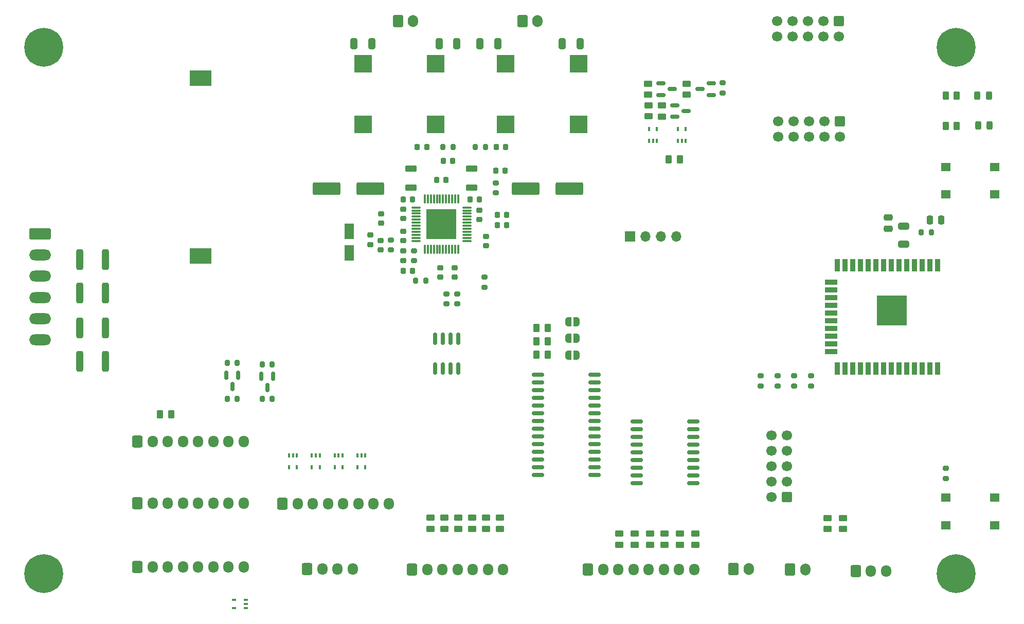
<source format=gbr>
%TF.GenerationSoftware,KiCad,Pcbnew,6.0.9-8da3e8f707~117~ubuntu20.04.1*%
%TF.CreationDate,2022-12-14T18:19:00+01:00*%
%TF.ProjectId,anna_elsa_esp32_cpu,616e6e61-5f65-46c7-9361-5f6573703332,rev?*%
%TF.SameCoordinates,Original*%
%TF.FileFunction,Soldermask,Top*%
%TF.FilePolarity,Negative*%
%FSLAX46Y46*%
G04 Gerber Fmt 4.6, Leading zero omitted, Abs format (unit mm)*
G04 Created by KiCad (PCBNEW 6.0.9-8da3e8f707~117~ubuntu20.04.1) date 2022-12-14 18:19:00*
%MOMM*%
%LPD*%
G01*
G04 APERTURE LIST*
G04 Aperture macros list*
%AMRoundRect*
0 Rectangle with rounded corners*
0 $1 Rounding radius*
0 $2 $3 $4 $5 $6 $7 $8 $9 X,Y pos of 4 corners*
0 Add a 4 corners polygon primitive as box body*
4,1,4,$2,$3,$4,$5,$6,$7,$8,$9,$2,$3,0*
0 Add four circle primitives for the rounded corners*
1,1,$1+$1,$2,$3*
1,1,$1+$1,$4,$5*
1,1,$1+$1,$6,$7*
1,1,$1+$1,$8,$9*
0 Add four rect primitives between the rounded corners*
20,1,$1+$1,$2,$3,$4,$5,0*
20,1,$1+$1,$4,$5,$6,$7,0*
20,1,$1+$1,$6,$7,$8,$9,0*
20,1,$1+$1,$8,$9,$2,$3,0*%
%AMFreePoly0*
4,1,22,0.500000,-0.750000,0.000000,-0.750000,0.000000,-0.745033,-0.079941,-0.743568,-0.215256,-0.701293,-0.333266,-0.622738,-0.424486,-0.514219,-0.481581,-0.384460,-0.499164,-0.250000,-0.500000,-0.250000,-0.500000,0.250000,-0.499164,0.250000,-0.499963,0.256109,-0.478152,0.396186,-0.417904,0.524511,-0.324060,0.630769,-0.204165,0.706417,-0.067858,0.745374,0.000000,0.744959,0.000000,0.750000,
0.500000,0.750000,0.500000,-0.750000,0.500000,-0.750000,$1*%
%AMFreePoly1*
4,1,20,0.000000,0.744959,0.073905,0.744508,0.209726,0.703889,0.328688,0.626782,0.421226,0.519385,0.479903,0.390333,0.500000,0.250000,0.500000,-0.250000,0.499851,-0.262216,0.476331,-0.402017,0.414519,-0.529596,0.319384,-0.634700,0.198574,-0.708877,0.061801,-0.746166,0.000000,-0.745033,0.000000,-0.750000,-0.500000,-0.750000,-0.500000,0.750000,0.000000,0.750000,0.000000,0.744959,
0.000000,0.744959,$1*%
G04 Aperture macros list end*
%ADD10R,0.400000X0.650000*%
%ADD11R,0.650000X0.400000*%
%ADD12R,1.700000X1.700000*%
%ADD13O,1.700000X1.700000*%
%ADD14RoundRect,0.243750X0.243750X0.456250X-0.243750X0.456250X-0.243750X-0.456250X0.243750X-0.456250X0*%
%ADD15RoundRect,0.250000X0.450000X-0.262500X0.450000X0.262500X-0.450000X0.262500X-0.450000X-0.262500X0*%
%ADD16R,3.600000X2.600000*%
%ADD17RoundRect,0.250000X-0.600000X-0.725000X0.600000X-0.725000X0.600000X0.725000X-0.600000X0.725000X0*%
%ADD18O,1.700000X1.950000*%
%ADD19R,1.600000X1.400000*%
%ADD20C,0.800000*%
%ADD21C,6.400000*%
%ADD22R,0.900000X2.000000*%
%ADD23R,2.000000X0.900000*%
%ADD24R,5.000000X5.000000*%
%ADD25RoundRect,0.250000X-0.600000X-0.750000X0.600000X-0.750000X0.600000X0.750000X-0.600000X0.750000X0*%
%ADD26O,1.700000X2.000000*%
%ADD27RoundRect,0.150000X-0.875000X-0.150000X0.875000X-0.150000X0.875000X0.150000X-0.875000X0.150000X0*%
%ADD28RoundRect,0.150000X0.875000X0.150000X-0.875000X0.150000X-0.875000X-0.150000X0.875000X-0.150000X0*%
%ADD29RoundRect,0.150000X-0.150000X0.825000X-0.150000X-0.825000X0.150000X-0.825000X0.150000X0.825000X0*%
%ADD30RoundRect,0.250000X-0.262500X-0.450000X0.262500X-0.450000X0.262500X0.450000X-0.262500X0.450000X0*%
%ADD31RoundRect,0.250000X0.262500X0.450000X-0.262500X0.450000X-0.262500X-0.450000X0.262500X-0.450000X0*%
%ADD32RoundRect,0.250000X0.600000X0.600000X-0.600000X0.600000X-0.600000X-0.600000X0.600000X-0.600000X0*%
%ADD33C,1.700000*%
%ADD34FreePoly0,180.000000*%
%ADD35FreePoly1,180.000000*%
%ADD36RoundRect,0.200000X0.200000X0.275000X-0.200000X0.275000X-0.200000X-0.275000X0.200000X-0.275000X0*%
%ADD37RoundRect,0.250000X-0.250000X-0.475000X0.250000X-0.475000X0.250000X0.475000X-0.250000X0.475000X0*%
%ADD38RoundRect,0.250000X-0.475000X0.250000X-0.475000X-0.250000X0.475000X-0.250000X0.475000X0.250000X0*%
%ADD39RoundRect,0.250000X-0.650000X0.325000X-0.650000X-0.325000X0.650000X-0.325000X0.650000X0.325000X0*%
%ADD40RoundRect,0.200000X-0.200000X-0.275000X0.200000X-0.275000X0.200000X0.275000X-0.200000X0.275000X0*%
%ADD41RoundRect,0.225000X-0.250000X0.225000X-0.250000X-0.225000X0.250000X-0.225000X0.250000X0.225000X0*%
%ADD42RoundRect,0.150000X-0.587500X-0.150000X0.587500X-0.150000X0.587500X0.150000X-0.587500X0.150000X0*%
%ADD43RoundRect,0.200000X-0.275000X0.200000X-0.275000X-0.200000X0.275000X-0.200000X0.275000X0.200000X0*%
%ADD44RoundRect,0.150000X0.587500X0.150000X-0.587500X0.150000X-0.587500X-0.150000X0.587500X-0.150000X0*%
%ADD45RoundRect,0.250000X-0.600000X0.600000X-0.600000X-0.600000X0.600000X-0.600000X0.600000X0.600000X0*%
%ADD46RoundRect,0.225000X-0.225000X-0.250000X0.225000X-0.250000X0.225000X0.250000X-0.225000X0.250000X0*%
%ADD47RoundRect,0.225000X0.250000X-0.225000X0.250000X0.225000X-0.250000X0.225000X-0.250000X-0.225000X0*%
%ADD48RoundRect,0.250000X-0.312500X-1.450000X0.312500X-1.450000X0.312500X1.450000X-0.312500X1.450000X0*%
%ADD49RoundRect,0.250000X0.325000X0.650000X-0.325000X0.650000X-0.325000X-0.650000X0.325000X-0.650000X0*%
%ADD50RoundRect,0.250000X-0.325000X-0.650000X0.325000X-0.650000X0.325000X0.650000X-0.325000X0.650000X0*%
%ADD51RoundRect,0.150000X-0.150000X0.587500X-0.150000X-0.587500X0.150000X-0.587500X0.150000X0.587500X0*%
%ADD52RoundRect,0.250000X-1.550000X0.650000X-1.550000X-0.650000X1.550000X-0.650000X1.550000X0.650000X0*%
%ADD53O,3.600000X1.800000*%
%ADD54RoundRect,0.225000X0.225000X0.250000X-0.225000X0.250000X-0.225000X-0.250000X0.225000X-0.250000X0*%
%ADD55R,3.000000X3.000000*%
%ADD56RoundRect,0.200000X0.275000X-0.200000X0.275000X0.200000X-0.275000X0.200000X-0.275000X-0.200000X0*%
%ADD57RoundRect,0.250001X1.999999X0.799999X-1.999999X0.799999X-1.999999X-0.799999X1.999999X-0.799999X0*%
%ADD58RoundRect,0.250001X-1.999999X-0.799999X1.999999X-0.799999X1.999999X0.799999X-1.999999X0.799999X0*%
%ADD59RoundRect,0.250000X0.550000X-1.050000X0.550000X1.050000X-0.550000X1.050000X-0.550000X-1.050000X0*%
%ADD60RoundRect,0.250000X-0.700000X0.275000X-0.700000X-0.275000X0.700000X-0.275000X0.700000X0.275000X0*%
%ADD61RoundRect,0.075000X-0.662500X-0.075000X0.662500X-0.075000X0.662500X0.075000X-0.662500X0.075000X0*%
%ADD62RoundRect,0.075000X-0.075000X-0.662500X0.075000X-0.662500X0.075000X0.662500X-0.075000X0.662500X0*%
G04 APERTURE END LIST*
D10*
%TO.C,U11*%
X97400000Y-97550000D03*
X96750000Y-97550000D03*
X96100000Y-97550000D03*
X96100000Y-99450000D03*
X97400000Y-99450000D03*
%TD*%
%TO.C,U10*%
X104900000Y-97550000D03*
X104250000Y-97550000D03*
X103600000Y-97550000D03*
X103600000Y-99450000D03*
X104900000Y-99450000D03*
%TD*%
D11*
%TO.C,U9*%
X88950000Y-122650000D03*
X88950000Y-122000000D03*
X88950000Y-121350000D03*
X87050000Y-121350000D03*
X87050000Y-122650000D03*
%TD*%
D10*
%TO.C,U7*%
X101150000Y-97550000D03*
X100500000Y-97550000D03*
X99850000Y-97550000D03*
X99850000Y-99450000D03*
X101150000Y-99450000D03*
%TD*%
%TO.C,U6*%
X108650000Y-97550000D03*
X108000000Y-97550000D03*
X107350000Y-97550000D03*
X107350000Y-99450000D03*
X108650000Y-99450000D03*
%TD*%
%TO.C,U5*%
X155350000Y-45700000D03*
X156000000Y-45700000D03*
X156650000Y-45700000D03*
X156650000Y-43800000D03*
X155350000Y-43800000D03*
%TD*%
%TO.C,U2*%
X160100000Y-45700000D03*
X160750000Y-45700000D03*
X161400000Y-45700000D03*
X161400000Y-43800000D03*
X160100000Y-43800000D03*
%TD*%
D12*
%TO.C,J15*%
X152250000Y-61500000D03*
D13*
X154790000Y-61500000D03*
X157330000Y-61500000D03*
X159870000Y-61500000D03*
%TD*%
D14*
%TO.C,D2*%
X211280500Y-38250000D03*
X209405500Y-38250000D03*
%TD*%
D15*
%TO.C,R16*%
X184750000Y-109662500D03*
X184750000Y-107837500D03*
%TD*%
D16*
%TO.C,BT1*%
X81500000Y-64650000D03*
X81500000Y-35350000D03*
%TD*%
D17*
%TO.C,J5*%
X189382400Y-116535200D03*
D18*
X191882400Y-116535200D03*
X194382400Y-116535200D03*
%TD*%
D17*
%TO.C,J22*%
X116332000Y-116332000D03*
D18*
X118832000Y-116332000D03*
X121332000Y-116332000D03*
X123832000Y-116332000D03*
X126332000Y-116332000D03*
X128832000Y-116332000D03*
X131332000Y-116332000D03*
%TD*%
D19*
%TO.C,SW1*%
X204250000Y-50000000D03*
X212250000Y-50000000D03*
X204250000Y-54500000D03*
X212250000Y-54500000D03*
%TD*%
D20*
%TO.C,H2*%
X54022944Y-115302944D03*
X57417056Y-115302944D03*
D21*
X55720000Y-117000000D03*
D20*
X58120000Y-117000000D03*
X55720000Y-119400000D03*
X53320000Y-117000000D03*
X55720000Y-114600000D03*
X54022944Y-118697056D03*
X57417056Y-118697056D03*
%TD*%
%TO.C,H3*%
X205900000Y-32720000D03*
X204202944Y-32017056D03*
D21*
X205900000Y-30320000D03*
D20*
X207597056Y-32017056D03*
X208300000Y-30320000D03*
X203500000Y-30320000D03*
X207597056Y-28622944D03*
X204202944Y-28622944D03*
X205900000Y-27920000D03*
%TD*%
D22*
%TO.C,U1*%
X202819000Y-66176000D03*
X201549000Y-66176000D03*
X200279000Y-66176000D03*
X199009000Y-66176000D03*
X197739000Y-66176000D03*
X196469000Y-66176000D03*
X195199000Y-66176000D03*
X193929000Y-66176000D03*
X192659000Y-66176000D03*
X191389000Y-66176000D03*
X190119000Y-66176000D03*
X188849000Y-66176000D03*
X187579000Y-66176000D03*
X186309000Y-66176000D03*
D23*
X185309000Y-68961000D03*
X185309000Y-70231000D03*
X185309000Y-71501000D03*
X185309000Y-72771000D03*
X185309000Y-74041000D03*
X185309000Y-75311000D03*
X185309000Y-76581000D03*
X185309000Y-77851000D03*
X185309000Y-79121000D03*
X185309000Y-80391000D03*
D22*
X186309000Y-83176000D03*
X187579000Y-83176000D03*
X188849000Y-83176000D03*
X190119000Y-83176000D03*
X191389000Y-83176000D03*
X192659000Y-83176000D03*
X193929000Y-83176000D03*
X195199000Y-83176000D03*
X196469000Y-83176000D03*
X197739000Y-83176000D03*
X199009000Y-83176000D03*
X200279000Y-83176000D03*
X201549000Y-83176000D03*
X202819000Y-83176000D03*
D24*
X195319000Y-73676000D03*
%TD*%
D15*
%TO.C,R15*%
X187250000Y-109662500D03*
X187250000Y-107837500D03*
%TD*%
D17*
%TO.C,J10*%
X99060000Y-116230400D03*
D18*
X101560000Y-116230400D03*
X104060000Y-116230400D03*
X106560000Y-116230400D03*
%TD*%
D20*
%TO.C,H1*%
X57417056Y-28622944D03*
X53320000Y-30320000D03*
D21*
X55720000Y-30320000D03*
D20*
X57417056Y-32017056D03*
X54022944Y-32017056D03*
X55720000Y-27920000D03*
X55720000Y-32720000D03*
X54022944Y-28622944D03*
X58120000Y-30320000D03*
%TD*%
%TO.C,H4*%
X208300000Y-117000000D03*
X207597056Y-118697056D03*
X203500000Y-117000000D03*
D21*
X205900000Y-117000000D03*
D20*
X205900000Y-114600000D03*
X205900000Y-119400000D03*
X204202944Y-118697056D03*
X207597056Y-115302944D03*
X204202944Y-115302944D03*
%TD*%
D25*
%TO.C,J14*%
X178562000Y-116332000D03*
D26*
X181062000Y-116332000D03*
%TD*%
D17*
%TO.C,J23*%
X145288000Y-116332000D03*
D18*
X147788000Y-116332000D03*
X150288000Y-116332000D03*
X152788000Y-116332000D03*
X155288000Y-116332000D03*
X157788000Y-116332000D03*
X160288000Y-116332000D03*
X162788000Y-116332000D03*
%TD*%
D15*
%TO.C,R13*%
X128524000Y-109624500D03*
X128524000Y-107799500D03*
%TD*%
%TO.C,R14*%
X130810000Y-109624500D03*
X130810000Y-107799500D03*
%TD*%
%TO.C,R24*%
X162993000Y-112250000D03*
X162993000Y-110425000D03*
%TD*%
%TO.C,R22*%
X157913000Y-112250000D03*
X157913000Y-110425000D03*
%TD*%
D27*
%TO.C,Q3*%
X153350000Y-91920000D03*
X153350000Y-93190000D03*
X153350000Y-94460000D03*
X153350000Y-95730000D03*
X153350000Y-97000000D03*
X153350000Y-98270000D03*
X153350000Y-99540000D03*
X153350000Y-100810000D03*
X153350000Y-102080000D03*
X162650000Y-102080000D03*
X162650000Y-100810000D03*
X162650000Y-99540000D03*
X162650000Y-98270000D03*
X162650000Y-97000000D03*
X162650000Y-95730000D03*
X162650000Y-94460000D03*
X162650000Y-93190000D03*
X162650000Y-91920000D03*
%TD*%
D15*
%TO.C,R21*%
X155500000Y-112250000D03*
X155500000Y-110425000D03*
%TD*%
%TO.C,R9*%
X119380000Y-109624500D03*
X119380000Y-107799500D03*
%TD*%
%TO.C,R20*%
X152960000Y-112250000D03*
X152960000Y-110425000D03*
%TD*%
%TO.C,R11*%
X123952000Y-109624500D03*
X123952000Y-107799500D03*
%TD*%
%TO.C,R19*%
X150420000Y-112250000D03*
X150420000Y-110425000D03*
%TD*%
%TO.C,R12*%
X126238000Y-109624500D03*
X126238000Y-107799500D03*
%TD*%
%TO.C,R23*%
X160453000Y-112250000D03*
X160453000Y-110425000D03*
%TD*%
D28*
%TO.C,U8*%
X146400000Y-100755000D03*
X146400000Y-99485000D03*
X146400000Y-98215000D03*
X146400000Y-96945000D03*
X146400000Y-95675000D03*
X146400000Y-94405000D03*
X146400000Y-93135000D03*
X146400000Y-91865000D03*
X146400000Y-90595000D03*
X146400000Y-89325000D03*
X146400000Y-88055000D03*
X146400000Y-86785000D03*
X146400000Y-85515000D03*
X146400000Y-84245000D03*
X137100000Y-84245000D03*
X137100000Y-85515000D03*
X137100000Y-86785000D03*
X137100000Y-88055000D03*
X137100000Y-89325000D03*
X137100000Y-90595000D03*
X137100000Y-91865000D03*
X137100000Y-93135000D03*
X137100000Y-94405000D03*
X137100000Y-95675000D03*
X137100000Y-96945000D03*
X137100000Y-98215000D03*
X137100000Y-99485000D03*
X137100000Y-100755000D03*
%TD*%
D15*
%TO.C,R10*%
X121666000Y-109624500D03*
X121666000Y-107799500D03*
%TD*%
D29*
%TO.C,U4*%
X123905000Y-78275000D03*
X122635000Y-78275000D03*
X121365000Y-78275000D03*
X120095000Y-78275000D03*
X120095000Y-83225000D03*
X121365000Y-83225000D03*
X122635000Y-83225000D03*
X123905000Y-83225000D03*
%TD*%
D30*
%TO.C,R31*%
X204175000Y-38250000D03*
X206000000Y-38250000D03*
%TD*%
D17*
%TO.C,J1*%
X71120000Y-95250000D03*
D18*
X73620000Y-95250000D03*
X76120000Y-95250000D03*
X78620000Y-95250000D03*
X81120000Y-95250000D03*
X83620000Y-95250000D03*
X86120000Y-95250000D03*
X88620000Y-95250000D03*
%TD*%
D17*
%TO.C,J2*%
X71120000Y-105410000D03*
D18*
X73620000Y-105410000D03*
X76120000Y-105410000D03*
X78620000Y-105410000D03*
X81120000Y-105410000D03*
X83620000Y-105410000D03*
X86120000Y-105410000D03*
X88620000Y-105410000D03*
%TD*%
D17*
%TO.C,J3*%
X71120000Y-115930000D03*
D18*
X73620000Y-115930000D03*
X76120000Y-115930000D03*
X78620000Y-115930000D03*
X81120000Y-115930000D03*
X83620000Y-115930000D03*
X86120000Y-115930000D03*
X88620000Y-115930000D03*
%TD*%
D31*
%TO.C,R2*%
X138662500Y-80920000D03*
X136837500Y-80920000D03*
%TD*%
%TO.C,R18*%
X138662500Y-78750000D03*
X136837500Y-78750000D03*
%TD*%
%TO.C,R27*%
X138662500Y-76500000D03*
X136837500Y-76500000D03*
%TD*%
D32*
%TO.C,J12*%
X178054000Y-104394000D03*
D33*
X175514000Y-104394000D03*
X178054000Y-101854000D03*
X175514000Y-101854000D03*
X178054000Y-99314000D03*
X175514000Y-99314000D03*
X178054000Y-96774000D03*
X175514000Y-96774000D03*
X178054000Y-94234000D03*
X175514000Y-94234000D03*
%TD*%
D34*
%TO.C,JP1*%
X143400000Y-75500000D03*
D35*
X142100000Y-75500000D03*
%TD*%
D34*
%TO.C,JP2*%
X143400000Y-78250000D03*
D35*
X142100000Y-78250000D03*
%TD*%
D34*
%TO.C,JP3*%
X143400000Y-81000000D03*
D35*
X142100000Y-81000000D03*
%TD*%
D36*
%TO.C,R25*%
X201825000Y-60750000D03*
X200175000Y-60750000D03*
%TD*%
D37*
%TO.C,C21*%
X201550000Y-58750000D03*
X203450000Y-58750000D03*
%TD*%
D17*
%TO.C,J4*%
X95000000Y-105500000D03*
D18*
X97500000Y-105500000D03*
X100000000Y-105500000D03*
X102500000Y-105500000D03*
X105000000Y-105500000D03*
X107500000Y-105500000D03*
X110000000Y-105500000D03*
X112500000Y-105500000D03*
%TD*%
D38*
%TO.C,C23*%
X194750000Y-58300000D03*
X194750000Y-60200000D03*
%TD*%
D39*
%TO.C,C22*%
X197250000Y-59775000D03*
X197250000Y-62725000D03*
%TD*%
D40*
%TO.C,R36*%
X91675000Y-88250000D03*
X93325000Y-88250000D03*
%TD*%
D41*
%TO.C,C7*%
X123375000Y-66600000D03*
X123375000Y-68150000D03*
%TD*%
D42*
%TO.C,Q1*%
X157312500Y-36250000D03*
X157312500Y-38150000D03*
X159187500Y-37200000D03*
%TD*%
D43*
%TO.C,R35*%
X123750000Y-70925000D03*
X123750000Y-72575000D03*
%TD*%
D44*
%TO.C,D3*%
X165625000Y-38150000D03*
X165625000Y-36250000D03*
X163750000Y-37200000D03*
%TD*%
D45*
%TO.C,J7*%
X186790000Y-42497500D03*
D33*
X186790000Y-45037500D03*
X184250000Y-42497500D03*
X184250000Y-45037500D03*
X181710000Y-42497500D03*
X181710000Y-45037500D03*
X179170000Y-42497500D03*
X179170000Y-45037500D03*
X176630000Y-42497500D03*
X176630000Y-45037500D03*
%TD*%
D46*
%TO.C,C14*%
X117200000Y-46750000D03*
X118750000Y-46750000D03*
%TD*%
D47*
%TO.C,C26*%
X114875000Y-62150000D03*
X114875000Y-60600000D03*
%TD*%
D48*
%TO.C,F1*%
X61612500Y-82000000D03*
X65887500Y-82000000D03*
%TD*%
D49*
%TO.C,C16*%
X123725000Y-29750000D03*
X120775000Y-29750000D03*
%TD*%
D15*
%TO.C,R7*%
X157437500Y-41712500D03*
X157437500Y-39887500D03*
%TD*%
D42*
%TO.C,Q2*%
X159562500Y-39850000D03*
X159562500Y-41750000D03*
X161437500Y-40800000D03*
%TD*%
D19*
%TO.C,SW2*%
X212250000Y-104500000D03*
X204250000Y-104500000D03*
X212250000Y-109000000D03*
X204250000Y-109000000D03*
%TD*%
D36*
%TO.C,R32*%
X93325000Y-82500000D03*
X91675000Y-82500000D03*
%TD*%
D50*
%TO.C,C11*%
X106775000Y-29750000D03*
X109725000Y-29750000D03*
%TD*%
D51*
%TO.C,Q7*%
X87700000Y-84312500D03*
X85800000Y-84312500D03*
X86750000Y-86187500D03*
%TD*%
D52*
%TO.C,J6*%
X55107500Y-61017500D03*
D53*
X55107500Y-64517500D03*
X55107500Y-68017500D03*
X55107500Y-71517500D03*
X55107500Y-75017500D03*
X55107500Y-78517500D03*
%TD*%
D40*
%TO.C,R37*%
X121425000Y-46750000D03*
X123075000Y-46750000D03*
%TD*%
D48*
%TO.C,F2*%
X61612500Y-76500000D03*
X65887500Y-76500000D03*
%TD*%
%TO.C,F3*%
X61612500Y-65250000D03*
X65887500Y-65250000D03*
%TD*%
%TO.C,F4*%
X61612500Y-70750000D03*
X65887500Y-70750000D03*
%TD*%
D36*
%TO.C,R41*%
X87575000Y-88250000D03*
X85925000Y-88250000D03*
%TD*%
D54*
%TO.C,C18*%
X131650000Y-50625000D03*
X130100000Y-50625000D03*
%TD*%
D55*
%TO.C,L4*%
X143750000Y-43000000D03*
X143750000Y-33000000D03*
%TD*%
D30*
%TO.C,R5*%
X158587500Y-48800000D03*
X160412500Y-48800000D03*
%TD*%
D56*
%TO.C,R45*%
X128250000Y-69825000D03*
X128250000Y-68175000D03*
%TD*%
D57*
%TO.C,C29*%
X109475000Y-53625000D03*
X102275000Y-53625000D03*
%TD*%
D47*
%TO.C,C4*%
X127375000Y-58650000D03*
X127375000Y-57100000D03*
%TD*%
D50*
%TO.C,C17*%
X127525000Y-29750000D03*
X130475000Y-29750000D03*
%TD*%
D25*
%TO.C,J9*%
X114000000Y-26000000D03*
D26*
X116500000Y-26000000D03*
%TD*%
D58*
%TO.C,C30*%
X135025000Y-53625000D03*
X142225000Y-53625000D03*
%TD*%
D47*
%TO.C,C27*%
X114875000Y-65400000D03*
X114875000Y-63850000D03*
%TD*%
D59*
%TO.C,C6*%
X106000000Y-64175000D03*
X106000000Y-60575000D03*
%TD*%
D43*
%TO.C,R42*%
X130125000Y-52625000D03*
X130125000Y-54275000D03*
%TD*%
D41*
%TO.C,C24*%
X111250000Y-57725000D03*
X111250000Y-59275000D03*
%TD*%
D25*
%TO.C,J13*%
X169250000Y-116250000D03*
D26*
X171750000Y-116250000D03*
%TD*%
D30*
%TO.C,R40*%
X204177500Y-43250000D03*
X206002500Y-43250000D03*
%TD*%
D56*
%TO.C,R3*%
X167500000Y-37825000D03*
X167500000Y-36175000D03*
%TD*%
D60*
%TO.C,FB1*%
X116125000Y-50300000D03*
X116125000Y-53450000D03*
%TD*%
D51*
%TO.C,Q4*%
X93450000Y-84500000D03*
X91550000Y-84500000D03*
X92500000Y-86375000D03*
%TD*%
D41*
%TO.C,C5*%
X121000000Y-66600000D03*
X121000000Y-68150000D03*
%TD*%
D43*
%TO.C,R33*%
X179250000Y-84425000D03*
X179250000Y-86075000D03*
%TD*%
D30*
%TO.C,R1*%
X74837500Y-90750000D03*
X76662500Y-90750000D03*
%TD*%
D61*
%TO.C,U3*%
X117025000Y-56687500D03*
X117025000Y-57187500D03*
X117025000Y-57687500D03*
X117025000Y-58187500D03*
X117025000Y-58687500D03*
X117025000Y-59187500D03*
X117025000Y-59687500D03*
X117025000Y-60187500D03*
X117025000Y-60687500D03*
X117025000Y-61187500D03*
X117025000Y-61687500D03*
X117025000Y-62187500D03*
D62*
X118437500Y-63600000D03*
X118937500Y-63600000D03*
X119437500Y-63600000D03*
X119937500Y-63600000D03*
X120437500Y-63600000D03*
X120937500Y-63600000D03*
X121437500Y-63600000D03*
X121937500Y-63600000D03*
X122437500Y-63600000D03*
X122937500Y-63600000D03*
X123437500Y-63600000D03*
X123937500Y-63600000D03*
D61*
X125350000Y-62187500D03*
X125350000Y-61687500D03*
X125350000Y-61187500D03*
X125350000Y-60687500D03*
X125350000Y-60187500D03*
X125350000Y-59687500D03*
X125350000Y-59187500D03*
X125350000Y-58687500D03*
X125350000Y-58187500D03*
X125350000Y-57687500D03*
X125350000Y-57187500D03*
X125350000Y-56687500D03*
D62*
X123937500Y-55275000D03*
X123437500Y-55275000D03*
X122937500Y-55275000D03*
X122437500Y-55275000D03*
X121937500Y-55275000D03*
X121437500Y-55275000D03*
X120937500Y-55275000D03*
X120437500Y-55275000D03*
X119937500Y-55275000D03*
X119437500Y-55275000D03*
X118937500Y-55275000D03*
X118437500Y-55275000D03*
D24*
X121187500Y-59437500D03*
%TD*%
D43*
%TO.C,R26*%
X176500000Y-84425000D03*
X176500000Y-86075000D03*
%TD*%
%TO.C,R34*%
X182000000Y-84425000D03*
X182000000Y-86075000D03*
%TD*%
D41*
%TO.C,C10*%
X114875000Y-56975000D03*
X114875000Y-58525000D03*
%TD*%
D25*
%TO.C,J11*%
X134500000Y-25975000D03*
D26*
X137000000Y-25975000D03*
%TD*%
D47*
%TO.C,C28*%
X111125000Y-63675000D03*
X111125000Y-62125000D03*
%TD*%
D46*
%TO.C,C3*%
X130350000Y-57875000D03*
X131900000Y-57875000D03*
%TD*%
D36*
%TO.C,R39*%
X128400000Y-46750000D03*
X126750000Y-46750000D03*
%TD*%
D15*
%TO.C,R4*%
X155187500Y-38112500D03*
X155187500Y-36287500D03*
%TD*%
D36*
%TO.C,R29*%
X118575000Y-68750000D03*
X116925000Y-68750000D03*
%TD*%
%TO.C,R38*%
X87575000Y-82250000D03*
X85925000Y-82250000D03*
%TD*%
D47*
%TO.C,C8*%
X109500000Y-62775000D03*
X109500000Y-61225000D03*
%TD*%
D56*
%TO.C,R30*%
X122000000Y-72575000D03*
X122000000Y-70925000D03*
%TD*%
D14*
%TO.C,D4*%
X211437500Y-43205000D03*
X209562500Y-43205000D03*
%TD*%
D54*
%TO.C,C15*%
X131775000Y-46750000D03*
X130225000Y-46750000D03*
%TD*%
D56*
%TO.C,R43*%
X116625000Y-65450000D03*
X116625000Y-63800000D03*
%TD*%
D54*
%TO.C,C1*%
X116400000Y-55375000D03*
X114850000Y-55375000D03*
%TD*%
D55*
%TO.C,L1*%
X108250000Y-43000000D03*
X108250000Y-33000000D03*
%TD*%
D54*
%TO.C,C25*%
X116400000Y-67125000D03*
X114850000Y-67125000D03*
%TD*%
D45*
%TO.C,J8*%
X186580000Y-25997500D03*
D33*
X186580000Y-28537500D03*
X184040000Y-25997500D03*
X184040000Y-28537500D03*
X181500000Y-25997500D03*
X181500000Y-28537500D03*
X178960000Y-25997500D03*
X178960000Y-28537500D03*
X176420000Y-25997500D03*
X176420000Y-28537500D03*
%TD*%
D55*
%TO.C,L2*%
X120250000Y-43000000D03*
X120250000Y-33000000D03*
%TD*%
D46*
%TO.C,C2*%
X130350000Y-59625000D03*
X131900000Y-59625000D03*
%TD*%
D55*
%TO.C,L3*%
X131750000Y-43000000D03*
X131750000Y-33000000D03*
%TD*%
D15*
%TO.C,R8*%
X155250000Y-41662500D03*
X155250000Y-39837500D03*
%TD*%
D46*
%TO.C,C12*%
X121475000Y-49000000D03*
X123025000Y-49000000D03*
%TD*%
D54*
%TO.C,C19*%
X127400000Y-55375000D03*
X125850000Y-55375000D03*
%TD*%
D60*
%TO.C,FB2*%
X126125000Y-50300000D03*
X126125000Y-53450000D03*
%TD*%
D56*
%TO.C,R44*%
X112875000Y-63700000D03*
X112875000Y-62050000D03*
%TD*%
D49*
%TO.C,C20*%
X143975000Y-29750000D03*
X141025000Y-29750000D03*
%TD*%
D43*
%TO.C,R17*%
X204250000Y-99675000D03*
X204250000Y-101325000D03*
%TD*%
%TO.C,R28*%
X173750000Y-84425000D03*
X173750000Y-86075000D03*
%TD*%
D41*
%TO.C,C9*%
X128500000Y-61475000D03*
X128500000Y-63025000D03*
%TD*%
D15*
%TO.C,R6*%
X161500000Y-38112500D03*
X161500000Y-36287500D03*
%TD*%
D46*
%TO.C,C13*%
X120350000Y-52125000D03*
X121900000Y-52125000D03*
%TD*%
M02*

</source>
